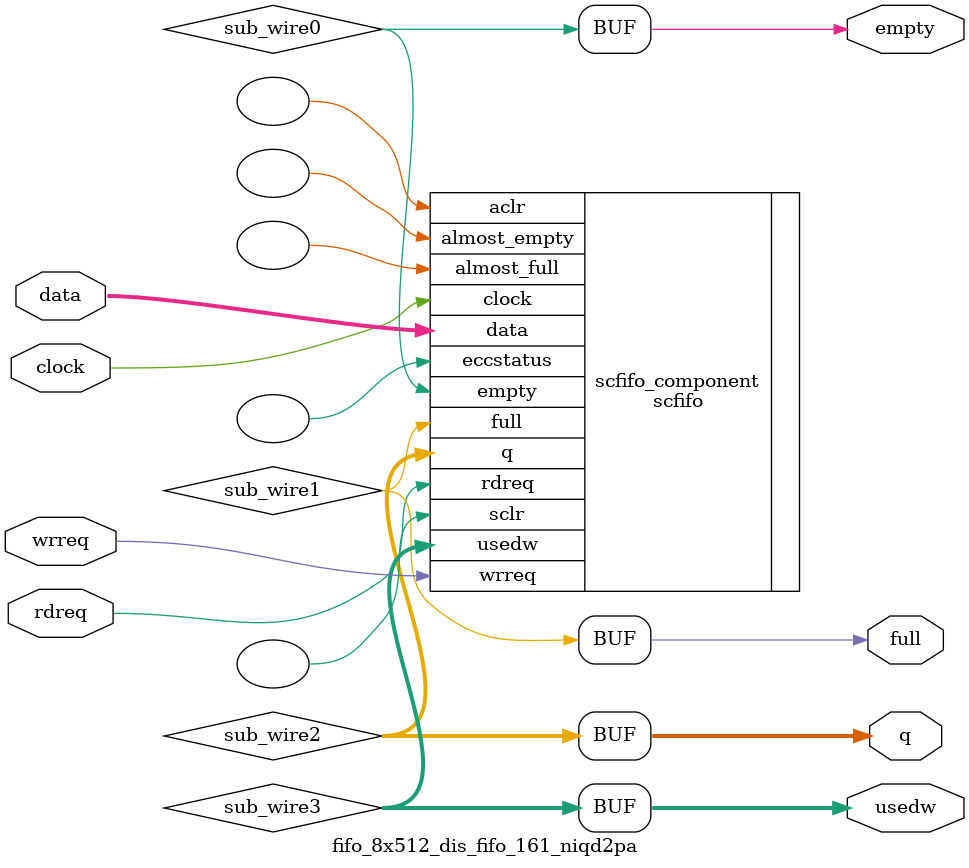
<source format=v>



`timescale 1 ps / 1 ps
// synopsys translate_on
module  fifo_8x512_dis_fifo_161_niqd2pa  (
    clock,
    data,
    rdreq,
    wrreq,
    empty,
    full,
    q,
    usedw);

    input    clock;
    input  [511:0]  data;
    input    rdreq;
    input    wrreq;
    output   empty;
    output   full;
    output [511:0]  q;
    output [2:0]  usedw;

    wire  sub_wire0;
    wire  sub_wire1;
    wire [511:0] sub_wire2;
    wire [2:0] sub_wire3;
    wire  empty = sub_wire0;
    wire  full = sub_wire1;
    wire [511:0] q = sub_wire2[511:0];
    wire [2:0] usedw = sub_wire3[2:0];

    scfifo  scfifo_component (
                .clock (clock),
                .data (data),
                .rdreq (rdreq),
                .wrreq (wrreq),
                .empty (sub_wire0),
                .full (sub_wire1),
                .q (sub_wire2),
                .usedw (sub_wire3),
                .aclr (),
                .almost_empty (),
                .almost_full (),
                .eccstatus (),
                .sclr ());
    defparam
        scfifo_component.add_ram_output_register  = "OFF",
        scfifo_component.enable_ecc  = "FALSE",
        scfifo_component.intended_device_family  = "Arria 10",
        scfifo_component.lpm_hint  = "RAM_BLOCK_TYPE=MLAB",
        scfifo_component.lpm_numwords  = 8,
        scfifo_component.lpm_showahead  = "ON",
        scfifo_component.lpm_type  = "scfifo",
        scfifo_component.lpm_width  = 512,
        scfifo_component.lpm_widthu  = 3,
        scfifo_component.overflow_checking  = "ON",
        scfifo_component.underflow_checking  = "ON",
        scfifo_component.use_eab  = "ON";


endmodule



</source>
